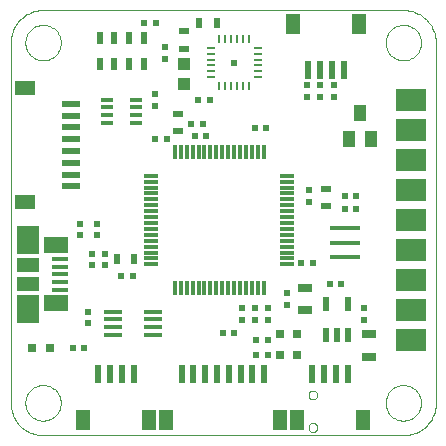
<source format=gtp>
G75*
%MOIN*%
%OFA0B0*%
%FSLAX24Y24*%
%IPPOS*%
%LPD*%
%AMOC8*
5,1,8,0,0,1.08239X$1,22.5*
%
%ADD10C,0.0000*%
%ADD11R,0.0236X0.0433*%
%ADD12R,0.0197X0.0236*%
%ADD13R,0.0315X0.0114*%
%ADD14R,0.0114X0.0315*%
%ADD15R,0.0236X0.0236*%
%ADD16R,0.0236X0.0354*%
%ADD17R,0.0354X0.0236*%
%ADD18R,0.0236X0.0197*%
%ADD19R,0.0472X0.0118*%
%ADD20R,0.0118X0.0472*%
%ADD21R,0.0236X0.0610*%
%ADD22R,0.0472X0.0709*%
%ADD23R,0.0220X0.0500*%
%ADD24R,0.0394X0.0551*%
%ADD25R,0.0610X0.0236*%
%ADD26R,0.0709X0.0472*%
%ADD27R,0.1000X0.0750*%
%ADD28R,0.0512X0.0276*%
%ADD29R,0.0394X0.0177*%
%ADD30R,0.0543X0.0177*%
%ADD31R,0.0827X0.0581*%
%ADD32R,0.0748X0.0935*%
%ADD33R,0.0748X0.0463*%
%ADD34R,0.0610X0.0140*%
%ADD35R,0.1024X0.0157*%
%ADD36R,0.0394X0.0433*%
%ADD37R,0.0315X0.0315*%
D10*
X006957Y004150D02*
X018965Y004150D01*
X018374Y005232D02*
X018376Y005280D01*
X018382Y005328D01*
X018392Y005375D01*
X018405Y005421D01*
X018423Y005466D01*
X018443Y005510D01*
X018468Y005552D01*
X018496Y005591D01*
X018526Y005628D01*
X018560Y005662D01*
X018597Y005694D01*
X018635Y005723D01*
X018676Y005748D01*
X018719Y005770D01*
X018764Y005788D01*
X018810Y005802D01*
X018857Y005813D01*
X018905Y005820D01*
X018953Y005823D01*
X019001Y005822D01*
X019049Y005817D01*
X019097Y005808D01*
X019143Y005796D01*
X019188Y005779D01*
X019232Y005759D01*
X019274Y005736D01*
X019314Y005709D01*
X019352Y005679D01*
X019387Y005646D01*
X019419Y005610D01*
X019449Y005572D01*
X019475Y005531D01*
X019497Y005488D01*
X019517Y005444D01*
X019532Y005399D01*
X019544Y005352D01*
X019552Y005304D01*
X019556Y005256D01*
X019556Y005208D01*
X019552Y005160D01*
X019544Y005112D01*
X019532Y005065D01*
X019517Y005020D01*
X019497Y004976D01*
X019475Y004933D01*
X019449Y004892D01*
X019419Y004854D01*
X019387Y004818D01*
X019352Y004785D01*
X019314Y004755D01*
X019274Y004728D01*
X019232Y004705D01*
X019188Y004685D01*
X019143Y004668D01*
X019097Y004656D01*
X019049Y004647D01*
X019001Y004642D01*
X018953Y004641D01*
X018905Y004644D01*
X018857Y004651D01*
X018810Y004662D01*
X018764Y004676D01*
X018719Y004694D01*
X018676Y004716D01*
X018635Y004741D01*
X018597Y004770D01*
X018560Y004802D01*
X018526Y004836D01*
X018496Y004873D01*
X018468Y004912D01*
X018443Y004954D01*
X018423Y004998D01*
X018405Y005043D01*
X018392Y005089D01*
X018382Y005136D01*
X018376Y005184D01*
X018374Y005232D01*
X018965Y004149D02*
X019028Y004151D01*
X019091Y004156D01*
X019153Y004165D01*
X019215Y004178D01*
X019276Y004194D01*
X019335Y004214D01*
X019394Y004238D01*
X019451Y004264D01*
X019507Y004294D01*
X019560Y004327D01*
X019612Y004363D01*
X019661Y004402D01*
X019708Y004444D01*
X019753Y004489D01*
X019795Y004536D01*
X019834Y004585D01*
X019870Y004637D01*
X019903Y004691D01*
X019933Y004746D01*
X019959Y004803D01*
X019983Y004862D01*
X020003Y004921D01*
X020019Y004982D01*
X020032Y005044D01*
X020041Y005106D01*
X020046Y005169D01*
X020048Y005232D01*
X020047Y005232D02*
X020047Y017240D01*
X018374Y017240D02*
X018376Y017288D01*
X018382Y017336D01*
X018392Y017383D01*
X018405Y017429D01*
X018423Y017474D01*
X018443Y017518D01*
X018468Y017560D01*
X018496Y017599D01*
X018526Y017636D01*
X018560Y017670D01*
X018597Y017702D01*
X018635Y017731D01*
X018676Y017756D01*
X018719Y017778D01*
X018764Y017796D01*
X018810Y017810D01*
X018857Y017821D01*
X018905Y017828D01*
X018953Y017831D01*
X019001Y017830D01*
X019049Y017825D01*
X019097Y017816D01*
X019143Y017804D01*
X019188Y017787D01*
X019232Y017767D01*
X019274Y017744D01*
X019314Y017717D01*
X019352Y017687D01*
X019387Y017654D01*
X019419Y017618D01*
X019449Y017580D01*
X019475Y017539D01*
X019497Y017496D01*
X019517Y017452D01*
X019532Y017407D01*
X019544Y017360D01*
X019552Y017312D01*
X019556Y017264D01*
X019556Y017216D01*
X019552Y017168D01*
X019544Y017120D01*
X019532Y017073D01*
X019517Y017028D01*
X019497Y016984D01*
X019475Y016941D01*
X019449Y016900D01*
X019419Y016862D01*
X019387Y016826D01*
X019352Y016793D01*
X019314Y016763D01*
X019274Y016736D01*
X019232Y016713D01*
X019188Y016693D01*
X019143Y016676D01*
X019097Y016664D01*
X019049Y016655D01*
X019001Y016650D01*
X018953Y016649D01*
X018905Y016652D01*
X018857Y016659D01*
X018810Y016670D01*
X018764Y016684D01*
X018719Y016702D01*
X018676Y016724D01*
X018635Y016749D01*
X018597Y016778D01*
X018560Y016810D01*
X018526Y016844D01*
X018496Y016881D01*
X018468Y016920D01*
X018443Y016962D01*
X018423Y017006D01*
X018405Y017051D01*
X018392Y017097D01*
X018382Y017144D01*
X018376Y017192D01*
X018374Y017240D01*
X018965Y018323D02*
X019028Y018321D01*
X019091Y018316D01*
X019153Y018307D01*
X019215Y018294D01*
X019276Y018278D01*
X019335Y018258D01*
X019394Y018234D01*
X019451Y018208D01*
X019507Y018178D01*
X019560Y018145D01*
X019612Y018109D01*
X019661Y018070D01*
X019708Y018028D01*
X019753Y017983D01*
X019795Y017936D01*
X019834Y017887D01*
X019870Y017835D01*
X019903Y017782D01*
X019933Y017726D01*
X019959Y017669D01*
X019983Y017610D01*
X020003Y017551D01*
X020019Y017490D01*
X020032Y017428D01*
X020041Y017366D01*
X020046Y017303D01*
X020048Y017240D01*
X018965Y018323D02*
X006957Y018323D01*
X006366Y017240D02*
X006368Y017288D01*
X006374Y017336D01*
X006384Y017383D01*
X006397Y017429D01*
X006415Y017474D01*
X006435Y017518D01*
X006460Y017560D01*
X006488Y017599D01*
X006518Y017636D01*
X006552Y017670D01*
X006589Y017702D01*
X006627Y017731D01*
X006668Y017756D01*
X006711Y017778D01*
X006756Y017796D01*
X006802Y017810D01*
X006849Y017821D01*
X006897Y017828D01*
X006945Y017831D01*
X006993Y017830D01*
X007041Y017825D01*
X007089Y017816D01*
X007135Y017804D01*
X007180Y017787D01*
X007224Y017767D01*
X007266Y017744D01*
X007306Y017717D01*
X007344Y017687D01*
X007379Y017654D01*
X007411Y017618D01*
X007441Y017580D01*
X007467Y017539D01*
X007489Y017496D01*
X007509Y017452D01*
X007524Y017407D01*
X007536Y017360D01*
X007544Y017312D01*
X007548Y017264D01*
X007548Y017216D01*
X007544Y017168D01*
X007536Y017120D01*
X007524Y017073D01*
X007509Y017028D01*
X007489Y016984D01*
X007467Y016941D01*
X007441Y016900D01*
X007411Y016862D01*
X007379Y016826D01*
X007344Y016793D01*
X007306Y016763D01*
X007266Y016736D01*
X007224Y016713D01*
X007180Y016693D01*
X007135Y016676D01*
X007089Y016664D01*
X007041Y016655D01*
X006993Y016650D01*
X006945Y016649D01*
X006897Y016652D01*
X006849Y016659D01*
X006802Y016670D01*
X006756Y016684D01*
X006711Y016702D01*
X006668Y016724D01*
X006627Y016749D01*
X006589Y016778D01*
X006552Y016810D01*
X006518Y016844D01*
X006488Y016881D01*
X006460Y016920D01*
X006435Y016962D01*
X006415Y017006D01*
X006397Y017051D01*
X006384Y017097D01*
X006374Y017144D01*
X006368Y017192D01*
X006366Y017240D01*
X005874Y017240D02*
X005874Y005232D01*
X006366Y005232D02*
X006368Y005280D01*
X006374Y005328D01*
X006384Y005375D01*
X006397Y005421D01*
X006415Y005466D01*
X006435Y005510D01*
X006460Y005552D01*
X006488Y005591D01*
X006518Y005628D01*
X006552Y005662D01*
X006589Y005694D01*
X006627Y005723D01*
X006668Y005748D01*
X006711Y005770D01*
X006756Y005788D01*
X006802Y005802D01*
X006849Y005813D01*
X006897Y005820D01*
X006945Y005823D01*
X006993Y005822D01*
X007041Y005817D01*
X007089Y005808D01*
X007135Y005796D01*
X007180Y005779D01*
X007224Y005759D01*
X007266Y005736D01*
X007306Y005709D01*
X007344Y005679D01*
X007379Y005646D01*
X007411Y005610D01*
X007441Y005572D01*
X007467Y005531D01*
X007489Y005488D01*
X007509Y005444D01*
X007524Y005399D01*
X007536Y005352D01*
X007544Y005304D01*
X007548Y005256D01*
X007548Y005208D01*
X007544Y005160D01*
X007536Y005112D01*
X007524Y005065D01*
X007509Y005020D01*
X007489Y004976D01*
X007467Y004933D01*
X007441Y004892D01*
X007411Y004854D01*
X007379Y004818D01*
X007344Y004785D01*
X007306Y004755D01*
X007266Y004728D01*
X007224Y004705D01*
X007180Y004685D01*
X007135Y004668D01*
X007089Y004656D01*
X007041Y004647D01*
X006993Y004642D01*
X006945Y004641D01*
X006897Y004644D01*
X006849Y004651D01*
X006802Y004662D01*
X006756Y004676D01*
X006711Y004694D01*
X006668Y004716D01*
X006627Y004741D01*
X006589Y004770D01*
X006552Y004802D01*
X006518Y004836D01*
X006488Y004873D01*
X006460Y004912D01*
X006435Y004954D01*
X006415Y004998D01*
X006397Y005043D01*
X006384Y005089D01*
X006374Y005136D01*
X006368Y005184D01*
X006366Y005232D01*
X005874Y005232D02*
X005876Y005169D01*
X005881Y005106D01*
X005890Y005044D01*
X005903Y004982D01*
X005919Y004921D01*
X005939Y004862D01*
X005963Y004803D01*
X005989Y004746D01*
X006019Y004691D01*
X006052Y004637D01*
X006088Y004585D01*
X006127Y004536D01*
X006169Y004489D01*
X006214Y004444D01*
X006261Y004402D01*
X006310Y004363D01*
X006362Y004327D01*
X006415Y004294D01*
X006471Y004264D01*
X006528Y004238D01*
X006587Y004214D01*
X006646Y004194D01*
X006707Y004178D01*
X006769Y004165D01*
X006831Y004156D01*
X006894Y004151D01*
X006957Y004149D01*
X015804Y004411D02*
X015806Y004435D01*
X015812Y004458D01*
X015821Y004480D01*
X015834Y004500D01*
X015849Y004518D01*
X015868Y004533D01*
X015889Y004545D01*
X015911Y004553D01*
X015934Y004558D01*
X015958Y004559D01*
X015982Y004556D01*
X016004Y004549D01*
X016026Y004539D01*
X016046Y004526D01*
X016063Y004509D01*
X016077Y004490D01*
X016088Y004469D01*
X016096Y004446D01*
X016100Y004423D01*
X016100Y004399D01*
X016096Y004376D01*
X016088Y004353D01*
X016077Y004332D01*
X016063Y004313D01*
X016046Y004296D01*
X016026Y004283D01*
X016004Y004273D01*
X015982Y004266D01*
X015958Y004263D01*
X015934Y004264D01*
X015911Y004269D01*
X015889Y004277D01*
X015868Y004289D01*
X015849Y004304D01*
X015834Y004322D01*
X015821Y004342D01*
X015812Y004364D01*
X015806Y004387D01*
X015804Y004411D01*
X015804Y005493D02*
X015806Y005517D01*
X015812Y005540D01*
X015821Y005562D01*
X015834Y005582D01*
X015849Y005600D01*
X015868Y005615D01*
X015889Y005627D01*
X015911Y005635D01*
X015934Y005640D01*
X015958Y005641D01*
X015982Y005638D01*
X016004Y005631D01*
X016026Y005621D01*
X016046Y005608D01*
X016063Y005591D01*
X016077Y005572D01*
X016088Y005551D01*
X016096Y005528D01*
X016100Y005505D01*
X016100Y005481D01*
X016096Y005458D01*
X016088Y005435D01*
X016077Y005414D01*
X016063Y005395D01*
X016046Y005378D01*
X016026Y005365D01*
X016004Y005355D01*
X015982Y005348D01*
X015958Y005345D01*
X015934Y005346D01*
X015911Y005351D01*
X015889Y005359D01*
X015868Y005371D01*
X015849Y005386D01*
X015834Y005404D01*
X015821Y005424D01*
X015812Y005446D01*
X015806Y005469D01*
X015804Y005493D01*
X005874Y017240D02*
X005876Y017303D01*
X005881Y017366D01*
X005890Y017428D01*
X005903Y017490D01*
X005919Y017551D01*
X005939Y017610D01*
X005963Y017669D01*
X005989Y017726D01*
X006019Y017782D01*
X006052Y017835D01*
X006088Y017887D01*
X006127Y017936D01*
X006169Y017983D01*
X006214Y018028D01*
X006261Y018070D01*
X006310Y018109D01*
X006362Y018145D01*
X006416Y018178D01*
X006471Y018208D01*
X006528Y018234D01*
X006587Y018258D01*
X006646Y018278D01*
X006707Y018294D01*
X006769Y018307D01*
X006831Y018316D01*
X006894Y018321D01*
X006957Y018323D01*
D11*
X008839Y017385D03*
X009331Y017385D03*
X009823Y017385D03*
X010315Y017385D03*
X010315Y016519D03*
X009823Y016519D03*
X009331Y016519D03*
X008839Y016519D03*
D12*
X010318Y017889D03*
X010711Y017889D03*
X012130Y015327D03*
X012524Y015327D03*
X012274Y014514D03*
X011880Y014514D03*
X012005Y014139D03*
X012399Y014139D03*
X011086Y014014D03*
X010693Y014014D03*
X014005Y014389D03*
X014399Y014389D03*
X017005Y012139D03*
X017399Y012139D03*
X017399Y011702D03*
X017005Y011702D03*
X015961Y009889D03*
X015568Y009889D03*
X016505Y009202D03*
X016899Y009202D03*
X014461Y007327D03*
X014068Y007327D03*
X014068Y006827D03*
X014461Y006827D03*
X013336Y007577D03*
X012943Y007577D03*
X009961Y009452D03*
X009568Y009452D03*
X008336Y007077D03*
X007943Y007077D03*
D13*
X012539Y016085D03*
X012539Y016282D03*
X012539Y016478D03*
X012539Y016675D03*
X012539Y016872D03*
X012539Y017069D03*
X014114Y017069D03*
X014114Y016872D03*
X014114Y016675D03*
X014114Y016478D03*
X014114Y016282D03*
X014114Y016085D03*
D14*
X013819Y015789D03*
X013622Y015789D03*
X013425Y015789D03*
X013228Y015789D03*
X013032Y015789D03*
X012835Y015789D03*
X012835Y017364D03*
X013032Y017364D03*
X013228Y017364D03*
X013425Y017364D03*
X013622Y017364D03*
X013819Y017364D03*
D15*
X013327Y016577D03*
D16*
X012747Y017889D03*
X012157Y017889D03*
X009997Y010014D03*
X009407Y010014D03*
D17*
X011452Y014282D03*
X011452Y014872D03*
X011639Y017032D03*
X011639Y017622D03*
X016389Y012372D03*
X016389Y011782D03*
D18*
X015827Y011943D03*
X015827Y012336D03*
X015764Y015443D03*
X015764Y015836D03*
X016202Y015836D03*
X016202Y015443D03*
X016639Y015443D03*
X016639Y015836D03*
X011014Y016693D03*
X011014Y017086D03*
X010702Y015524D03*
X010702Y015130D03*
X008764Y011211D03*
X008764Y010818D03*
X008202Y010818D03*
X008202Y011211D03*
X008577Y010211D03*
X008577Y009818D03*
X009014Y009818D03*
X009014Y010211D03*
X008452Y008274D03*
X008452Y007880D03*
X013577Y008005D03*
X014014Y008005D03*
X014014Y008399D03*
X013577Y008399D03*
X014452Y008399D03*
X014452Y008005D03*
X015077Y008505D03*
X015077Y008899D03*
X017639Y008399D03*
X017639Y008005D03*
D19*
X015091Y009850D03*
X015091Y010047D03*
X015091Y010244D03*
X015091Y010441D03*
X015091Y010638D03*
X015091Y010835D03*
X015091Y011032D03*
X015091Y011228D03*
X015091Y011425D03*
X015091Y011622D03*
X015091Y011819D03*
X015091Y012016D03*
X015091Y012213D03*
X015091Y012410D03*
X015091Y012606D03*
X015091Y012803D03*
X010563Y012803D03*
X010563Y012606D03*
X010563Y012410D03*
X010563Y012213D03*
X010563Y012016D03*
X010563Y011819D03*
X010563Y011622D03*
X010563Y011425D03*
X010563Y011228D03*
X010563Y011032D03*
X010563Y010835D03*
X010563Y010638D03*
X010563Y010441D03*
X010563Y010244D03*
X010563Y010047D03*
X010563Y009850D03*
D20*
X011350Y009063D03*
X011547Y009063D03*
X011744Y009063D03*
X011941Y009063D03*
X012138Y009063D03*
X012335Y009063D03*
X012532Y009063D03*
X012728Y009063D03*
X012925Y009063D03*
X013122Y009063D03*
X013319Y009063D03*
X013516Y009063D03*
X013713Y009063D03*
X013910Y009063D03*
X014106Y009063D03*
X014303Y009063D03*
X014303Y013591D03*
X014106Y013591D03*
X013910Y013591D03*
X013713Y013591D03*
X013516Y013591D03*
X013319Y013591D03*
X013122Y013591D03*
X012925Y013591D03*
X012728Y013591D03*
X012532Y013591D03*
X012335Y013591D03*
X012138Y013591D03*
X011941Y013591D03*
X011744Y013591D03*
X011547Y013591D03*
X011350Y013591D03*
D21*
X015799Y016343D03*
X016193Y016343D03*
X016586Y016343D03*
X016980Y016343D03*
X017105Y006186D03*
X016711Y006186D03*
X016318Y006186D03*
X015924Y006186D03*
X014330Y006186D03*
X013936Y006186D03*
X013542Y006186D03*
X013149Y006186D03*
X012755Y006186D03*
X012361Y006186D03*
X011968Y006186D03*
X011574Y006186D03*
X009980Y006186D03*
X009586Y006186D03*
X009193Y006186D03*
X008799Y006186D03*
D22*
X008287Y004660D03*
X010492Y004660D03*
X011062Y004660D03*
X014842Y004660D03*
X015412Y004660D03*
X017617Y004660D03*
X017492Y017869D03*
X015287Y017869D03*
D23*
X016394Y008524D03*
X017134Y008524D03*
X017134Y007504D03*
X016764Y007504D03*
X016394Y007504D03*
D24*
X017140Y014019D03*
X017888Y014019D03*
X017514Y014885D03*
D25*
X007873Y014811D03*
X007873Y015205D03*
X007873Y014417D03*
X007873Y014024D03*
X007873Y013630D03*
X007873Y013236D03*
X007873Y012843D03*
X007873Y012449D03*
D26*
X006348Y011937D03*
X006348Y015717D03*
D27*
X019227Y015327D03*
X019227Y014327D03*
X019227Y013327D03*
X019227Y012327D03*
X019227Y011327D03*
X019227Y010327D03*
X019227Y009327D03*
X019227Y008327D03*
X019227Y007327D03*
D28*
X017827Y007513D03*
X017827Y006765D03*
X015702Y008328D03*
X015702Y009076D03*
D29*
X010059Y014568D03*
X010059Y014824D03*
X010059Y015080D03*
X010059Y015336D03*
X009095Y015336D03*
X009095Y015080D03*
X009095Y014824D03*
X009095Y014568D03*
D30*
X007514Y010026D03*
X007514Y009770D03*
X007514Y009514D03*
X007514Y009258D03*
X007514Y009003D03*
D31*
X007373Y008545D03*
X007373Y010484D03*
D32*
X006467Y010661D03*
X006467Y008368D03*
D33*
X006467Y009180D03*
X006467Y009837D03*
D34*
X009282Y008269D03*
X009282Y008019D03*
X009282Y007759D03*
X009282Y007509D03*
X010622Y007509D03*
X010622Y007759D03*
X010622Y008019D03*
X010622Y008269D03*
D35*
X017014Y010104D03*
X017014Y010577D03*
X017014Y011049D03*
D36*
X011639Y015867D03*
X011639Y016537D03*
D37*
X014844Y007514D03*
X015435Y007514D03*
X015435Y006827D03*
X014844Y006827D03*
X007185Y007077D03*
X006594Y007077D03*
M02*

</source>
